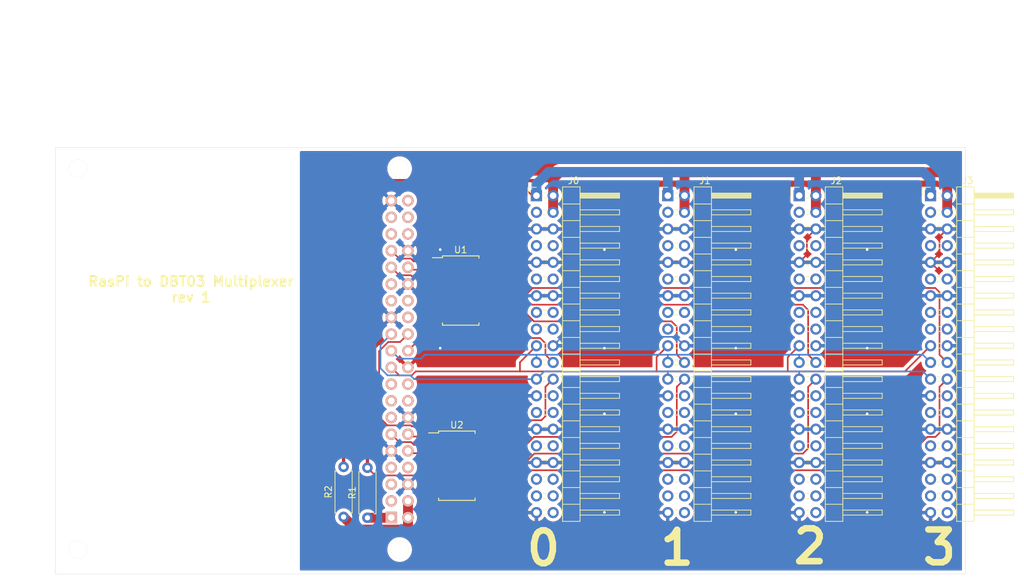
<source format=kicad_pcb>
(kicad_pcb (version 20171130) (host pcbnew 5.1.9+dfsg1-1)
  (layers (0 F.Cu signal) (31 B.Cu signal) (34 B.Paste user) (35 F.Paste user) (36 B.SilkS user) (37 F.SilkS user) (38 B.Mask user) (39 F.Mask user) (44 Edge.Cuts user))
  (net 0 "")
  (net 1 /E5V)
  (net 2 GND)
  (net 3 /MOSI)
  (net 4 /MISO)
  (net 5 /RST_N)
  (net 6 /SCK)
  (net 7 /SPI_CS)
  (net 8 /A2)
  (net 9 /A1)
  (net 10 /A0)
  (net 11 VCC)
  (net 12 /RST_N0)
  (net 13 /SPI_CS0)
  (net 14 /RST_N1)
  (net 15 /SPI_CS1)
  (net 16 /RST_N2)
  (net 17 /SPI_CS2)
  (net 18 /RST_N3)
  (net 19 /SPI_CS3)
  (net 20 "Net-(R1-Pad1)")
  (net 21 "Net-(R2-Pad1)")
  (net 22 /B0)
  (net 23 /B1)
  (net 24 /B2)
  (module Raspberry-Pi-3-library-for-kicad:raspberrypi_2_3 (layer B.Cu) (at 118.8212 126.6698 90)
    (fp_text reference RP1)
    (fp_text value Raspberry_Pi_2_3)
    (pad 27 thru_hole circle (at 8.89 -1.27 90) (size 1.75 1.75) (drill 1.016) (layers *.Cu *.Mask B.SilkS))
    (pad 28 thru_hole circle (at 8.89 1.27 90) (size 1.75 1.75) (drill 1.016) (layers *.Cu *.Mask B.SilkS))
    (pad 29 thru_hole circle (at 11.43 -1.27 90) (size 1.75 1.75) (drill 1.016) (layers *.Cu *.Mask B.SilkS))
    (pad 30 thru_hole circle (at 11.43 1.27 90) (size 1.75 1.75) (drill 1.016) (layers *.Cu *.Mask B.SilkS) (net 2 GND))
    (pad 24 thru_hole circle (at 3.81 1.27 90) (size 1.75 1.75) (drill 1.016) (layers *.Cu *.Mask B.SilkS) (net 7 /SPI_CS))
    (pad 23 thru_hole circle (at 3.81 -1.27 90) (size 1.75 1.75) (drill 1.016) (layers *.Cu *.Mask B.SilkS) (net 6 /SCK))
    (pad 1 thru_hole rect (at -24.13 -1.27 90) (size 1.75 1.75) (drill 1.016) (layers *.Cu *.Mask B.SilkS) (net 20 "Net-(R1-Pad1)"))
    (pad 2 thru_hole circle (at -24.13 1.27 90) (size 1.75 1.75) (drill 1.016) (layers *.Cu *.Mask B.SilkS) (net 21 "Net-(R2-Pad1)"))
    (pad 3 thru_hole circle (at -21.59 -1.27 90) (size 1.75 1.75) (drill 1.016) (layers *.Cu *.Mask B.SilkS))
    (pad 4 thru_hole circle (at -21.59 1.27 90) (size 1.75 1.75) (drill 1.016) (layers *.Cu *.Mask B.SilkS) (net 21 "Net-(R2-Pad1)"))
    (pad 5 thru_hole circle (at -19.05 -1.27 90) (size 1.75 1.75) (drill 1.016) (layers *.Cu *.Mask B.SilkS))
    (pad 6 thru_hole circle (at -19.05 1.27 90) (size 1.75 1.75) (drill 1.016) (layers *.Cu *.Mask B.SilkS) (net 2 GND))
    (pad 7 thru_hole circle (at -16.51 -1.27 90) (size 1.75 1.75) (drill 1.016) (layers *.Cu *.Mask B.SilkS))
    (pad 8 thru_hole circle (at -16.51 1.27 90) (size 1.75 1.75) (drill 1.016) (layers *.Cu *.Mask B.SilkS))
    (pad 9 thru_hole circle (at -13.97 -1.27 90) (size 1.75 1.75) (drill 1.016) (layers *.Cu *.Mask B.SilkS) (net 2 GND))
    (pad 10 thru_hole circle (at -13.97 1.27 90) (size 1.75 1.75) (drill 1.016) (layers *.Cu *.Mask B.SilkS) (net 8 /A2))
    (pad 11 thru_hole circle (at -11.43 -1.27 90) (size 1.75 1.75) (drill 1.016) (layers *.Cu *.Mask B.SilkS) (net 9 /A1))
    (pad 12 thru_hole circle (at -11.43 1.27 90) (size 1.75 1.75) (drill 1.016) (layers *.Cu *.Mask B.SilkS) (net 10 /A0))
    (pad 13 thru_hole circle (at -8.89 -1.27 90) (size 1.75 1.75) (drill 1.016) (layers *.Cu *.Mask B.SilkS))
    (pad 14 thru_hole circle (at -8.89 1.27 90) (size 1.75 1.75) (drill 1.016) (layers *.Cu *.Mask B.SilkS) (net 2 GND))
    (pad 15 thru_hole circle (at -6.35 -1.27 90) (size 1.75 1.75) (drill 1.016) (layers *.Cu *.Mask B.SilkS))
    (pad 16 thru_hole circle (at -6.35 1.27 90) (size 1.75 1.75) (drill 1.016) (layers *.Cu *.Mask B.SilkS))
    (pad 17 thru_hole circle (at -3.81 -1.27 90) (size 1.75 1.75) (drill 1.016) (layers *.Cu *.Mask B.SilkS))
    (pad 18 thru_hole circle (at -3.81 1.27 90) (size 1.75 1.75) (drill 1.016) (layers *.Cu *.Mask B.SilkS))
    (pad 19 thru_hole circle (at -1.27 -1.27 90) (size 1.75 1.75) (drill 1.016) (layers *.Cu *.Mask B.SilkS) (net 3 /MOSI))
    (pad 20 thru_hole circle (at -1.27 1.27 90) (size 1.75 1.75) (drill 1.016) (layers *.Cu *.Mask B.SilkS) (net 2 GND))
    (pad 21 thru_hole circle (at 1.27 -1.27 90) (size 1.75 1.75) (drill 1.016) (layers *.Cu *.Mask B.SilkS) (net 4 /MISO))
    (pad 22 thru_hole circle (at 1.27 1.27 90) (size 1.75 1.75) (drill 1.016) (layers *.Cu *.Mask B.SilkS) (net 5 /RST_N))
    (pad 25 thru_hole circle (at 6.35 -1.27 90) (size 1.75 1.75) (drill 1.016) (layers *.Cu *.Mask B.SilkS) (net 2 GND))
    (pad 26 thru_hole circle (at 6.35 1.27 90) (size 1.75 1.75) (drill 1.016) (layers *.Cu *.Mask B.SilkS))
    (pad 32 thru_hole circle (at 13.97 1.27 90) (size 1.75 1.75) (drill 1.016) (layers *.Cu *.Mask B.SilkS) (net 23 /B1))
    (pad 31 thru_hole circle (at 13.97 -1.27 90) (size 1.75 1.75) (drill 1.016) (layers *.Cu *.Mask B.SilkS) (net 24 /B2))
    (pad 34 thru_hole circle (at 16.51 1.27 90) (size 1.75 1.75) (drill 1.016) (layers *.Cu *.Mask B.SilkS) (net 2 GND))
    (pad 33 thru_hole circle (at 16.51 -1.27 90) (size 1.75 1.75) (drill 1.016) (layers *.Cu *.Mask B.SilkS) (net 22 /B0))
    (pad 36 thru_hole circle (at 19.05 1.27 90) (size 1.75 1.75) (drill 1.016) (layers *.Cu *.Mask B.SilkS))
    (pad 35 thru_hole circle (at 19.05 -1.27 90) (size 1.75 1.75) (drill 1.016) (layers *.Cu *.Mask B.SilkS))
    (pad 38 thru_hole circle (at 21.59 1.27 90) (size 1.75 1.75) (drill 1.016) (layers *.Cu *.Mask B.SilkS))
    (pad 37 thru_hole circle (at 21.59 -1.27 90) (size 1.75 1.75) (drill 1.016) (layers *.Cu *.Mask B.SilkS))
    (pad 40 thru_hole circle (at 24.13 1.27 90) (size 1.75 1.75) (drill 1.016) (layers *.Cu *.Mask B.SilkS))
    (pad 39 thru_hole circle (at 24.13 -1.27 90) (size 1.75 1.75) (drill 1.016) (layers *.Cu *.Mask B.SilkS) (net 2 GND))
    (pad "" np_thru_hole circle (at -29 0 90) (size 2.75 2.75) (drill 2.75) (layers *.Cu *.Mask B.SilkS))
    (pad "" np_thru_hole circle (at 29 0 90) (size 2.75 2.75) (drill 2.75) (layers *.Cu *.Mask B.SilkS))
    (pad "" np_thru_hole circle (at -29 -49 90) (size 2.75 2.75) (drill 2.75) (layers *.Cu *.Mask B.SilkS))
    (pad "" np_thru_hole circle (at 29 -49 90) (size 2.75 2.75) (drill 2.75) (layers *.Cu *.Mask B.SilkS))
  )
  (module Resistors_ThroughHole:R_Axial_DIN0207_L6.3mm_D2.5mm_P7.62mm_Horizontal (layer F.Cu) (at 110.2868 150.6982 90)
    (fp_text reference R2 (at 3.81 -2.31 90) (layer F.SilkS))
    (fp_text value 0r)
    (pad 1 thru_hole circle (at 0 0 90) (size 1.6 1.6) (drill 0.8) (layers *.Cu *.Mask) (net 21 "Net-(R2-Pad1)"))
    (pad 2 thru_hole oval (at 7.62 0 90) (size 1.6 1.6) (drill 0.8) (layers *.Cu *.Mask) (net 1 /E5V))
  )
  (module Resistors_ThroughHole:R_Axial_DIN0207_L6.3mm_D2.5mm_P7.62mm_Horizontal (layer F.Cu) (at 113.919 150.8252 90)
    (fp_text reference R1 (at 3.81 -2.31 90) (layer F.SilkS))
    (fp_text value 0r)
    (pad 1 thru_hole circle (at 0 0 90) (size 1.6 1.6) (drill 0.8) (layers *.Cu *.Mask) (net 20 "Net-(R1-Pad1)"))
    (pad 2 thru_hole oval (at 7.62 0 90) (size 1.6 1.6) (drill 0.8) (layers *.Cu *.Mask) (net 11 VCC))
  )
  (module Housings_SOIC:SOIC-16W_5.3x10.2mm_Pitch1.27mm (layer F.Cu) (at 127.5334 142.9004)
    (fp_text reference U2 (at 0 -6.2) (layer F.SilkS))
    (fp_text value 74LS138)
    (pad 1 smd rect (at -3.55 -4.445) (size 1.5 0.6) (layers F.Cu F.Paste F.Mask) (net 10 /A0))
    (pad 2 smd rect (at -3.55 -3.175) (size 1.5 0.6) (layers F.Cu F.Paste F.Mask) (net 9 /A1))
    (pad 3 smd rect (at -3.55 -1.905) (size 1.5 0.6) (layers F.Cu F.Paste F.Mask) (net 8 /A2))
    (pad 4 smd rect (at -3.55 -0.635) (size 1.5 0.6) (layers F.Cu F.Paste F.Mask) (net 7 /SPI_CS))
    (pad 5 smd rect (at -3.55 0.635) (size 1.5 0.6) (layers F.Cu F.Paste F.Mask) (net 7 /SPI_CS))
    (pad 6 smd rect (at -3.55 1.905) (size 1.5 0.6) (layers F.Cu F.Paste F.Mask) (net 11 VCC))
    (pad 7 smd rect (at -3.55 3.175) (size 1.5 0.6) (layers F.Cu F.Paste F.Mask))
    (pad 8 smd rect (at -3.55 4.445) (size 1.5 0.6) (layers F.Cu F.Paste F.Mask) (net 2 GND))
    (pad 9 smd rect (at 3.55 4.445) (size 1.5 0.6) (layers F.Cu F.Paste F.Mask))
    (pad 10 smd rect (at 3.55 3.175) (size 1.5 0.6) (layers F.Cu F.Paste F.Mask))
    (pad 11 smd rect (at 3.55 1.905) (size 1.5 0.6) (layers F.Cu F.Paste F.Mask))
    (pad 12 smd rect (at 3.55 0.635) (size 1.5 0.6) (layers F.Cu F.Paste F.Mask) (net 19 /SPI_CS3))
    (pad 13 smd rect (at 3.55 -0.635) (size 1.5 0.6) (layers F.Cu F.Paste F.Mask) (net 17 /SPI_CS2))
    (pad 14 smd rect (at 3.55 -1.905) (size 1.5 0.6) (layers F.Cu F.Paste F.Mask) (net 15 /SPI_CS1))
    (pad 15 smd rect (at 3.55 -3.175) (size 1.5 0.6) (layers F.Cu F.Paste F.Mask) (net 13 /SPI_CS0))
    (pad 16 smd rect (at 3.55 -4.445) (size 1.5 0.6) (layers F.Cu F.Paste F.Mask) (net 11 VCC))
  )
  (module Housings_SOIC:SOIC-16W_5.3x10.2mm_Pitch1.27mm (layer F.Cu) (at 128.1176 116.2304)
    (fp_text reference U1 (at 0 -6.2) (layer F.SilkS))
    (fp_text value 74LS138)
    (pad 1 smd rect (at -3.55 -4.445) (size 1.5 0.6) (layers F.Cu F.Paste F.Mask) (net 22 /B0))
    (pad 2 smd rect (at -3.55 -3.175) (size 1.5 0.6) (layers F.Cu F.Paste F.Mask) (net 23 /B1))
    (pad 3 smd rect (at -3.55 -1.905) (size 1.5 0.6) (layers F.Cu F.Paste F.Mask) (net 24 /B2))
    (pad 4 smd rect (at -3.55 -0.635) (size 1.5 0.6) (layers F.Cu F.Paste F.Mask) (net 5 /RST_N))
    (pad 5 smd rect (at -3.55 0.635) (size 1.5 0.6) (layers F.Cu F.Paste F.Mask) (net 5 /RST_N))
    (pad 6 smd rect (at -3.55 1.905) (size 1.5 0.6) (layers F.Cu F.Paste F.Mask) (net 11 VCC))
    (pad 7 smd rect (at -3.55 3.175) (size 1.5 0.6) (layers F.Cu F.Paste F.Mask))
    (pad 8 smd rect (at -3.55 4.445) (size 1.5 0.6) (layers F.Cu F.Paste F.Mask) (net 2 GND))
    (pad 9 smd rect (at 3.55 4.445) (size 1.5 0.6) (layers F.Cu F.Paste F.Mask) (net 12 /RST_N0))
    (pad 10 smd rect (at 3.55 3.175) (size 1.5 0.6) (layers F.Cu F.Paste F.Mask) (net 14 /RST_N1))
    (pad 11 smd rect (at 3.55 1.905) (size 1.5 0.6) (layers F.Cu F.Paste F.Mask) (net 16 /RST_N2))
    (pad 12 smd rect (at 3.55 0.635) (size 1.5 0.6) (layers F.Cu F.Paste F.Mask) (net 18 /RST_N3))
    (pad 13 smd rect (at 3.55 -0.635) (size 1.5 0.6) (layers F.Cu F.Paste F.Mask))
    (pad 14 smd rect (at 3.55 -1.905) (size 1.5 0.6) (layers F.Cu F.Paste F.Mask))
    (pad 15 smd rect (at 3.55 -3.175) (size 1.5 0.6) (layers F.Cu F.Paste F.Mask))
    (pad 16 smd rect (at 3.55 -4.445) (size 1.5 0.6) (layers F.Cu F.Paste F.Mask) (net 11 VCC))
  )
  (module Pin_Headers:Pin_Header_Angled_2x20_Pitch2.54mm (layer F.Cu) (at 199.652 101.778)
    (fp_text reference J3 (at 5.655 -2.27) (layer F.SilkS))
    (fp_text value Conn_02x20_Odd_Even)
    (pad 1 thru_hole rect (at 0 0) (size 1.7 1.7) (drill 1) (layers *.Cu *.Mask) (net 11 VCC))
    (pad 2 thru_hole oval (at 2.54 0) (size 1.7 1.7) (drill 1) (layers *.Cu *.Mask) (net 1 /E5V))
    (pad 3 thru_hole oval (at 0 2.54) (size 1.7 1.7) (drill 1) (layers *.Cu *.Mask))
    (pad 4 thru_hole oval (at 2.54 2.54) (size 1.7 1.7) (drill 1) (layers *.Cu *.Mask) (net 1 /E5V))
    (pad 5 thru_hole oval (at 0 5.08) (size 1.7 1.7) (drill 1) (layers *.Cu *.Mask) (net 2 GND))
    (pad 6 thru_hole oval (at 2.54 5.08) (size 1.7 1.7) (drill 1) (layers *.Cu *.Mask) (net 2 GND))
    (pad 7 thru_hole oval (at 0 7.62) (size 1.7 1.7) (drill 1) (layers *.Cu *.Mask))
    (pad 8 thru_hole oval (at 2.54 7.62) (size 1.7 1.7) (drill 1) (layers *.Cu *.Mask))
    (pad 9 thru_hole oval (at 0 10.16) (size 1.7 1.7) (drill 1) (layers *.Cu *.Mask) (net 2 GND))
    (pad 10 thru_hole oval (at 2.54 10.16) (size 1.7 1.7) (drill 1) (layers *.Cu *.Mask) (net 2 GND))
    (pad 11 thru_hole oval (at 0 12.7) (size 1.7 1.7) (drill 1) (layers *.Cu *.Mask))
    (pad 12 thru_hole oval (at 2.54 12.7) (size 1.7 1.7) (drill 1) (layers *.Cu *.Mask))
    (pad 13 thru_hole oval (at 0 15.24) (size 1.7 1.7) (drill 1) (layers *.Cu *.Mask) (net 2 GND))
    (pad 14 thru_hole oval (at 2.54 15.24) (size 1.7 1.7) (drill 1) (layers *.Cu *.Mask) (net 2 GND))
    (pad 15 thru_hole oval (at 0 17.78) (size 1.7 1.7) (drill 1) (layers *.Cu *.Mask))
    (pad 16 thru_hole oval (at 2.54 17.78) (size 1.7 1.7) (drill 1) (layers *.Cu *.Mask))
    (pad 17 thru_hole oval (at 0 20.32) (size 1.7 1.7) (drill 1) (layers *.Cu *.Mask))
    (pad 18 thru_hole oval (at 2.54 20.32) (size 1.7 1.7) (drill 1) (layers *.Cu *.Mask))
    (pad 19 thru_hole oval (at 0 22.86) (size 1.7 1.7) (drill 1) (layers *.Cu *.Mask) (net 3 /MOSI))
    (pad 20 thru_hole oval (at 2.54 22.86) (size 1.7 1.7) (drill 1) (layers *.Cu *.Mask) (net 2 GND))
    (pad 21 thru_hole oval (at 0 25.4) (size 1.7 1.7) (drill 1) (layers *.Cu *.Mask) (net 4 /MISO))
    (pad 22 thru_hole oval (at 2.54 25.4) (size 1.7 1.7) (drill 1) (layers *.Cu *.Mask) (net 18 /RST_N3))
    (pad 23 thru_hole oval (at 0 27.94) (size 1.7 1.7) (drill 1) (layers *.Cu *.Mask) (net 6 /SCK))
    (pad 24 thru_hole oval (at 2.54 27.94) (size 1.7 1.7) (drill 1) (layers *.Cu *.Mask) (net 19 /SPI_CS3))
    (pad 25 thru_hole oval (at 0 30.48) (size 1.7 1.7) (drill 1) (layers *.Cu *.Mask) (net 2 GND))
    (pad 26 thru_hole oval (at 2.54 30.48) (size 1.7 1.7) (drill 1) (layers *.Cu *.Mask))
    (pad 27 thru_hole oval (at 0 33.02) (size 1.7 1.7) (drill 1) (layers *.Cu *.Mask))
    (pad 28 thru_hole oval (at 2.54 33.02) (size 1.7 1.7) (drill 1) (layers *.Cu *.Mask))
    (pad 29 thru_hole oval (at 0 35.56) (size 1.7 1.7) (drill 1) (layers *.Cu *.Mask) (net 2 GND))
    (pad 30 thru_hole oval (at 2.54 35.56) (size 1.7 1.7) (drill 1) (layers *.Cu *.Mask) (net 2 GND))
    (pad 31 thru_hole oval (at 0 38.1) (size 1.7 1.7) (drill 1) (layers *.Cu *.Mask))
    (pad 32 thru_hole oval (at 2.54 38.1) (size 1.7 1.7) (drill 1) (layers *.Cu *.Mask))
    (pad 33 thru_hole oval (at 0 40.64) (size 1.7 1.7) (drill 1) (layers *.Cu *.Mask) (net 2 GND))
    (pad 34 thru_hole oval (at 2.54 40.64) (size 1.7 1.7) (drill 1) (layers *.Cu *.Mask) (net 2 GND))
    (pad 35 thru_hole oval (at 0 43.18) (size 1.7 1.7) (drill 1) (layers *.Cu *.Mask))
    (pad 36 thru_hole oval (at 2.54 43.18) (size 1.7 1.7) (drill 1) (layers *.Cu *.Mask))
    (pad 37 thru_hole oval (at 0 45.72) (size 1.7 1.7) (drill 1) (layers *.Cu *.Mask))
    (pad 38 thru_hole oval (at 2.54 45.72) (size 1.7 1.7) (drill 1) (layers *.Cu *.Mask))
    (pad 39 thru_hole oval (at 0 48.26) (size 1.7 1.7) (drill 1) (layers *.Cu *.Mask) (net 2 GND))
    (pad 40 thru_hole oval (at 2.54 48.26) (size 1.7 1.7) (drill 1) (layers *.Cu *.Mask))
  )
  (module Pin_Headers:Pin_Header_Angled_2x20_Pitch2.54mm (layer F.Cu) (at 179.652 101.778)
    (fp_text reference J2 (at 5.655 -2.27) (layer F.SilkS))
    (fp_text value Conn_02x20_Odd_Even)
    (pad 1 thru_hole rect (at 0 0) (size 1.7 1.7) (drill 1) (layers *.Cu *.Mask) (net 11 VCC))
    (pad 2 thru_hole oval (at 2.54 0) (size 1.7 1.7) (drill 1) (layers *.Cu *.Mask) (net 1 /E5V))
    (pad 3 thru_hole oval (at 0 2.54) (size 1.7 1.7) (drill 1) (layers *.Cu *.Mask))
    (pad 4 thru_hole oval (at 2.54 2.54) (size 1.7 1.7) (drill 1) (layers *.Cu *.Mask) (net 1 /E5V))
    (pad 5 thru_hole oval (at 0 5.08) (size 1.7 1.7) (drill 1) (layers *.Cu *.Mask) (net 2 GND))
    (pad 6 thru_hole oval (at 2.54 5.08) (size 1.7 1.7) (drill 1) (layers *.Cu *.Mask) (net 2 GND))
    (pad 7 thru_hole oval (at 0 7.62) (size 1.7 1.7) (drill 1) (layers *.Cu *.Mask))
    (pad 8 thru_hole oval (at 2.54 7.62) (size 1.7 1.7) (drill 1) (layers *.Cu *.Mask))
    (pad 9 thru_hole oval (at 0 10.16) (size 1.7 1.7) (drill 1) (layers *.Cu *.Mask) (net 2 GND))
    (pad 10 thru_hole oval (at 2.54 10.16) (size 1.7 1.7) (drill 1) (layers *.Cu *.Mask) (net 2 GND))
    (pad 11 thru_hole oval (at 0 12.7) (size 1.7 1.7) (drill 1) (layers *.Cu *.Mask))
    (pad 12 thru_hole oval (at 2.54 12.7) (size 1.7 1.7) (drill 1) (layers *.Cu *.Mask))
    (pad 13 thru_hole oval (at 0 15.24) (size 1.7 1.7) (drill 1) (layers *.Cu *.Mask) (net 2 GND))
    (pad 14 thru_hole oval (at 2.54 15.24) (size 1.7 1.7) (drill 1) (layers *.Cu *.Mask) (net 2 GND))
    (pad 15 thru_hole oval (at 0 17.78) (size 1.7 1.7) (drill 1) (layers *.Cu *.Mask))
    (pad 16 thru_hole oval (at 2.54 17.78) (size 1.7 1.7) (drill 1) (layers *.Cu *.Mask))
    (pad 17 thru_hole oval (at 0 20.32) (size 1.7 1.7) (drill 1) (layers *.Cu *.Mask))
    (pad 18 thru_hole oval (at 2.54 20.32) (size 1.7 1.7) (drill 1) (layers *.Cu *.Mask))
    (pad 19 thru_hole oval (at 0 22.86) (size 1.7 1.7) (drill 1) (layers *.Cu *.Mask) (net 3 /MOSI))
    (pad 20 thru_hole oval (at 2.54 22.86) (size 1.7 1.7) (drill 1) (layers *.Cu *.Mask) (net 2 GND))
    (pad 21 thru_hole oval (at 0 25.4) (size 1.7 1.7) (drill 1) (layers *.Cu *.Mask) (net 4 /MISO))
    (pad 22 thru_hole oval (at 2.54 25.4) (size 1.7 1.7) (drill 1) (layers *.Cu *.Mask) (net 16 /RST_N2))
    (pad 23 thru_hole oval (at 0 27.94) (size 1.7 1.7) (drill 1) (layers *.Cu *.Mask) (net 6 /SCK))
    (pad 24 thru_hole oval (at 2.54 27.94) (size 1.7 1.7) (drill 1) (layers *.Cu *.Mask) (net 17 /SPI_CS2))
    (pad 25 thru_hole oval (at 0 30.48) (size 1.7 1.7) (drill 1) (layers *.Cu *.Mask) (net 2 GND))
    (pad 26 thru_hole oval (at 2.54 30.48) (size 1.7 1.7) (drill 1) (layers *.Cu *.Mask))
    (pad 27 thru_hole oval (at 0 33.02) (size 1.7 1.7) (drill 1) (layers *.Cu *.Mask))
    (pad 28 thru_hole oval (at 2.54 33.02) (size 1.7 1.7) (drill 1) (layers *.Cu *.Mask))
    (pad 29 thru_hole oval (at 0 35.56) (size 1.7 1.7) (drill 1) (layers *.Cu *.Mask) (net 2 GND))
    (pad 30 thru_hole oval (at 2.54 35.56) (size 1.7 1.7) (drill 1) (layers *.Cu *.Mask) (net 2 GND))
    (pad 31 thru_hole oval (at 0 38.1) (size 1.7 1.7) (drill 1) (layers *.Cu *.Mask))
    (pad 32 thru_hole oval (at 2.54 38.1) (size 1.7 1.7) (drill 1) (layers *.Cu *.Mask))
    (pad 33 thru_hole oval (at 0 40.64) (size 1.7 1.7) (drill 1) (layers *.Cu *.Mask) (net 2 GND))
    (pad 34 thru_hole oval (at 2.54 40.64) (size 1.7 1.7) (drill 1) (layers *.Cu *.Mask) (net 2 GND))
    (pad 35 thru_hole oval (at 0 43.18) (size 1.7 1.7) (drill 1) (layers *.Cu *.Mask))
    (pad 36 thru_hole oval (at 2.54 43.18) (size 1.7 1.7) (drill 1) (layers *.Cu *.Mask))
    (pad 37 thru_hole oval (at 0 45.72) (size 1.7 1.7) (drill 1) (layers *.Cu *.Mask))
    (pad 38 thru_hole oval (at 2.54 45.72) (size 1.7 1.7) (drill 1) (layers *.Cu *.Mask))
    (pad 39 thru_hole oval (at 0 48.26) (size 1.7 1.7) (drill 1) (layers *.Cu *.Mask) (net 2 GND))
    (pad 40 thru_hole oval (at 2.54 48.26) (size 1.7 1.7) (drill 1) (layers *.Cu *.Mask))
  )
  (module Pin_Headers:Pin_Header_Angled_2x20_Pitch2.54mm (layer F.Cu) (at 159.652 101.778)
    (fp_text reference J1 (at 5.655 -2.27) (layer F.SilkS))
    (fp_text value Conn_02x20_Odd_Even)
    (pad 1 thru_hole rect (at 0 0) (size 1.7 1.7) (drill 1) (layers *.Cu *.Mask) (net 11 VCC))
    (pad 2 thru_hole oval (at 2.54 0) (size 1.7 1.7) (drill 1) (layers *.Cu *.Mask) (net 1 /E5V))
    (pad 3 thru_hole oval (at 0 2.54) (size 1.7 1.7) (drill 1) (layers *.Cu *.Mask))
    (pad 4 thru_hole oval (at 2.54 2.54) (size 1.7 1.7) (drill 1) (layers *.Cu *.Mask) (net 1 /E5V))
    (pad 5 thru_hole oval (at 0 5.08) (size 1.7 1.7) (drill 1) (layers *.Cu *.Mask) (net 2 GND))
    (pad 6 thru_hole oval (at 2.54 5.08) (size 1.7 1.7) (drill 1) (layers *.Cu *.Mask) (net 2 GND))
    (pad 7 thru_hole oval (at 0 7.62) (size 1.7 1.7) (drill 1) (layers *.Cu *.Mask))
    (pad 8 thru_hole oval (at 2.54 7.62) (size 1.7 1.7) (drill 1) (layers *.Cu *.Mask))
    (pad 9 thru_hole oval (at 0 10.16) (size 1.7 1.7) (drill 1) (layers *.Cu *.Mask) (net 2 GND))
    (pad 10 thru_hole oval (at 2.54 10.16) (size 1.7 1.7) (drill 1) (layers *.Cu *.Mask) (net 2 GND))
    (pad 11 thru_hole oval (at 0 12.7) (size 1.7 1.7) (drill 1) (layers *.Cu *.Mask))
    (pad 12 thru_hole oval (at 2.54 12.7) (size 1.7 1.7) (drill 1) (layers *.Cu *.Mask))
    (pad 13 thru_hole oval (at 0 15.24) (size 1.7 1.7) (drill 1) (layers *.Cu *.Mask) (net 2 GND))
    (pad 14 thru_hole oval (at 2.54 15.24) (size 1.7 1.7) (drill 1) (layers *.Cu *.Mask) (net 2 GND))
    (pad 15 thru_hole oval (at 0 17.78) (size 1.7 1.7) (drill 1) (layers *.Cu *.Mask))
    (pad 16 thru_hole oval (at 2.54 17.78) (size 1.7 1.7) (drill 1) (layers *.Cu *.Mask))
    (pad 17 thru_hole oval (at 0 20.32) (size 1.7 1.7) (drill 1) (layers *.Cu *.Mask))
    (pad 18 thru_hole oval (at 2.54 20.32) (size 1.7 1.7) (drill 1) (layers *.Cu *.Mask))
    (pad 19 thru_hole oval (at 0 22.86) (size 1.7 1.7) (drill 1) (layers *.Cu *.Mask) (net 3 /MOSI))
    (pad 20 thru_hole oval (at 2.54 22.86) (size 1.7 1.7) (drill 1) (layers *.Cu *.Mask) (net 2 GND))
    (pad 21 thru_hole oval (at 0 25.4) (size 1.7 1.7) (drill 1) (layers *.Cu *.Mask) (net 4 /MISO))
    (pad 22 thru_hole oval (at 2.54 25.4) (size 1.7 1.7) (drill 1) (layers *.Cu *.Mask) (net 14 /RST_N1))
    (pad 23 thru_hole oval (at 0 27.94) (size 1.7 1.7) (drill 1) (layers *.Cu *.Mask) (net 6 /SCK))
    (pad 24 thru_hole oval (at 2.54 27.94) (size 1.7 1.7) (drill 1) (layers *.Cu *.Mask) (net 15 /SPI_CS1))
    (pad 25 thru_hole oval (at 0 30.48) (size 1.7 1.7) (drill 1) (layers *.Cu *.Mask) (net 2 GND))
    (pad 26 thru_hole oval (at 2.54 30.48) (size 1.7 1.7) (drill 1) (layers *.Cu *.Mask))
    (pad 27 thru_hole oval (at 0 33.02) (size 1.7 1.7) (drill 1) (layers *.Cu *.Mask))
    (pad 28 thru_hole oval (at 2.54 33.02) (size 1.7 1.7) (drill 1) (layers *.Cu *.Mask))
    (pad 29 thru_hole oval (at 0 35.56) (size 1.7 1.7) (drill 1) (layers *.Cu *.Mask) (net 2 GND))
    (pad 30 thru_hole oval (at 2.54 35.56) (size 1.7 1.7) (drill 1) (layers *.Cu *.Mask) (net 2 GND))
    (pad 31 thru_hole oval (at 0 38.1) (size 1.7 1.7) (drill 1) (layers *.Cu *.Mask))
    (pad 32 thru_hole oval (at 2.54 38.1) (size 1.7 1.7) (drill 1) (layers *.Cu *.Mask))
    (pad 33 thru_hole oval (at 0 40.64) (size 1.7 1.7) (drill 1) (layers *.Cu *.Mask) (net 2 GND))
    (pad 34 thru_hole oval (at 2.54 40.64) (size 1.7 1.7) (drill 1) (layers *.Cu *.Mask) (net 2 GND))
    (pad 35 thru_hole oval (at 0 43.18) (size 1.7 1.7) (drill 1) (layers *.Cu *.Mask))
    (pad 36 thru_hole oval (at 2.54 43.18) (size 1.7 1.7) (drill 1) (layers *.Cu *.Mask))
    (pad 37 thru_hole oval (at 0 45.72) (size 1.7 1.7) (drill 1) (layers *.Cu *.Mask))
    (pad 38 thru_hole oval (at 2.54 45.72) (size 1.7 1.7) (drill 1) (layers *.Cu *.Mask))
    (pad 39 thru_hole oval (at 0 48.26) (size 1.7 1.7) (drill 1) (layers *.Cu *.Mask) (net 2 GND))
    (pad 40 thru_hole oval (at 2.54 48.26) (size 1.7 1.7) (drill 1) (layers *.Cu *.Mask))
  )
  (module Pin_Headers:Pin_Header_Angled_2x20_Pitch2.54mm (layer F.Cu) (at 139.652 101.778)
    (fp_text reference J0 (at 5.655 -2.27) (layer F.SilkS))
    (fp_text value Conn_02x20_Odd_Even)
    (pad 1 thru_hole rect (at 0 0) (size 1.7 1.7) (drill 1) (layers *.Cu *.Mask) (net 11 VCC))
    (pad 2 thru_hole oval (at 2.54 0) (size 1.7 1.7) (drill 1) (layers *.Cu *.Mask) (net 1 /E5V))
    (pad 3 thru_hole oval (at 0 2.54) (size 1.7 1.7) (drill 1) (layers *.Cu *.Mask))
    (pad 4 thru_hole oval (at 2.54 2.54) (size 1.7 1.7) (drill 1) (layers *.Cu *.Mask) (net 1 /E5V))
    (pad 5 thru_hole oval (at 0 5.08) (size 1.7 1.7) (drill 1) (layers *.Cu *.Mask) (net 2 GND))
    (pad 6 thru_hole oval (at 2.54 5.08) (size 1.7 1.7) (drill 1) (layers *.Cu *.Mask) (net 2 GND))
    (pad 7 thru_hole oval (at 0 7.62) (size 1.7 1.7) (drill 1) (layers *.Cu *.Mask))
    (pad 8 thru_hole oval (at 2.54 7.62) (size 1.7 1.7) (drill 1) (layers *.Cu *.Mask))
    (pad 9 thru_hole oval (at 0 10.16) (size 1.7 1.7) (drill 1) (layers *.Cu *.Mask) (net 2 GND))
    (pad 10 thru_hole oval (at 2.54 10.16) (size 1.7 1.7) (drill 1) (layers *.Cu *.Mask) (net 2 GND))
    (pad 11 thru_hole oval (at 0 12.7) (size 1.7 1.7) (drill 1) (layers *.Cu *.Mask))
    (pad 12 thru_hole oval (at 2.54 12.7) (size 1.7 1.7) (drill 1) (layers *.Cu *.Mask))
    (pad 13 thru_hole oval (at 0 15.24) (size 1.7 1.7) (drill 1) (layers *.Cu *.Mask) (net 2 GND))
    (pad 14 thru_hole oval (at 2.54 15.24) (size 1.7 1.7) (drill 1) (layers *.Cu *.Mask) (net 2 GND))
    (pad 15 thru_hole oval (at 0 17.78) (size 1.7 1.7) (drill 1) (layers *.Cu *.Mask))
    (pad 16 thru_hole oval (at 2.54 17.78) (size 1.7 1.7) (drill 1) (layers *.Cu *.Mask))
    (pad 17 thru_hole oval (at 0 20.32) (size 1.7 1.7) (drill 1) (layers *.Cu *.Mask))
    (pad 18 thru_hole oval (at 2.54 20.32) (size 1.7 1.7) (drill 1) (layers *.Cu *.Mask))
    (pad 19 thru_hole oval (at 0 22.86) (size 1.7 1.7) (drill 1) (layers *.Cu *.Mask) (net 3 /MOSI))
    (pad 20 thru_hole oval (at 2.54 22.86) (size 1.7 1.7) (drill 1) (layers *.Cu *.Mask) (net 2 GND))
    (pad 21 thru_hole oval (at 0 25.4) (size 1.7 1.7) (drill 1) (layers *.Cu *.Mask) (net 4 /MISO))
    (pad 22 thru_hole oval (at 2.54 25.4) (size 1.7 1.7) (drill 1) (layers *.Cu *.Mask) (net 12 /RST_N0))
    (pad 23 thru_hole oval (at 0 27.94) (size 1.7 1.7) (drill 1) (layers *.Cu *.Mask) (net 6 /SCK))
    (pad 24 thru_hole oval (at 2.54 27.94) (size 1.7 1.7) (drill 1) (layers *.Cu *.Mask) (net 13 /SPI_CS0))
    (pad 25 thru_hole oval (at 0 30.48) (size 1.7 1.7) (drill 1) (layers *.Cu *.Mask) (net 2 GND))
    (pad 26 thru_hole oval (at 2.54 30.48) (size 1.7 1.7) (drill 1) (layers *.Cu *.Mask))
    (pad 27 thru_hole oval (at 0 33.02) (size 1.7 1.7) (drill 1) (layers *.Cu *.Mask))
    (pad 28 thru_hole oval (at 2.54 33.02) (size 1.7 1.7) (drill 1) (layers *.Cu *.Mask))
    (pad 29 thru_hole oval (at 0 35.56) (size 1.7 1.7) (drill 1) (layers *.Cu *.Mask) (net 2 GND))
    (pad 30 thru_hole oval (at 2.54 35.56) (size 1.7 1.7) (drill 1) (layers *.Cu *.Mask) (net 2 GND))
    (pad 31 thru_hole oval (at 0 38.1) (size 1.7 1.7) (drill 1) (layers *.Cu *.Mask))
    (pad 32 thru_hole oval (at 2.54 38.1) (size 1.7 1.7) (drill 1) (layers *.Cu *.Mask))
    (pad 33 thru_hole oval (at 0 40.64) (size 1.7 1.7) (drill 1) (layers *.Cu *.Mask) (net 2 GND))
    (pad 34 thru_hole oval (at 2.54 40.64) (size 1.7 1.7) (drill 1) (layers *.Cu *.Mask) (net 2 GND))
    (pad 35 thru_hole oval (at 0 43.18) (size 1.7 1.7) (drill 1) (layers *.Cu *.Mask))
    (pad 36 thru_hole oval (at 2.54 43.18) (size 1.7 1.7) (drill 1) (layers *.Cu *.Mask))
    (pad 37 thru_hole oval (at 0 45.72) (size 1.7 1.7) (drill 1) (layers *.Cu *.Mask))
    (pad 38 thru_hole oval (at 2.54 45.72) (size 1.7 1.7) (drill 1) (layers *.Cu *.Mask))
    (pad 39 thru_hole oval (at 0 48.26) (size 1.7 1.7) (drill 1) (layers *.Cu *.Mask) (net 2 GND))
    (pad 40 thru_hole oval (at 2.54 48.26) (size 1.7 1.7) (drill 1) (layers *.Cu *.Mask))
  )
  (gr_text "RasPi to DBT03 Multiplexer\nrev 1" (at 87.0458 116.0526) (layer F.SilkS) (effects (font (size 1.5 1.5) (thickness 0.3))))
  (gr_text 3 (at 200.9902 155.3464) (layer F.SilkS) (effects (font (size 5 5) (thickness 1))))
  (gr_text 2 (at 181.3306 155.1686) (layer F.SilkS) (effects (font (size 5 5) (thickness 1))))
  (gr_text 1 (at 161.0614 155.3972) (layer F.SilkS) (effects (font (size 5 5) (thickness 1))))
  (gr_text 0 (at 140.716 155.4734) (layer F.SilkS) (effects (font (size 5 5) (thickness 1))))
  (gr_line (start 204.9526 94.4626) (end 66.421 94.4626) (layer Edge.Cuts) (width 0.05))
  (gr_line (start 204.9526 159.385) (end 204.9526 94.4626) (layer Edge.Cuts) (width 0.05))
  (gr_line (start 66.421 159.385) (end 204.9526 159.385) (layer Edge.Cuts) (width 0.05))
  (gr_line (start 66.421 94.4626) (end 66.421 159.385) (layer Edge.Cuts) (width 0.05))
  (segment (start 202.192 104.318) (end 202.192 101.778) (width 1.5) (layer F.Cu) (net 1))
  (segment (start 182.192 104.318) (end 182.192 101.778) (width 1.5) (layer F.Cu) (net 1))
  (segment (start 162.192 104.318) (end 162.192 101.778) (width 1.5) (layer F.Cu) (net 1))
  (segment (start 142.192 104.318) (end 142.192 101.778) (width 1.5) (layer F.Cu) (net 1))
  (segment (start 142.192 101.778) (end 142.192 99.235) (width 1.5) (layer F.Cu) (net 1))
  (segment (start 142.192 99.235) (end 143.2052 98.2218) (width 1.5) (layer F.Cu) (net 1))
  (segment (start 202.192 99.1696) (end 202.192 101.778) (width 1.5) (layer F.Cu) (net 1))
  (segment (start 201.2442 98.2218) (end 202.192 99.1696) (width 1.5) (layer F.Cu) (net 1))
  (segment (start 182.192 98.605) (end 182.5752 98.2218) (width 1.5) (layer F.Cu) (net 1))
  (segment (start 182.192 101.778) (end 182.192 98.605) (width 1.5) (layer F.Cu) (net 1))
  (segment (start 182.5752 98.2218) (end 201.2442 98.2218) (width 1.5) (layer F.Cu) (net 1))
  (segment (start 162.192 98.3358) (end 162.306 98.2218) (width 1.5) (layer F.Cu) (net 1))
  (segment (start 162.192 101.778) (end 162.192 98.3358) (width 1.5) (layer F.Cu) (net 1))
  (segment (start 162.306 98.2218) (end 182.5752 98.2218) (width 1.5) (layer F.Cu) (net 1))
  (segment (start 143.2052 98.2218) (end 162.306 98.2218) (width 1.5) (layer F.Cu) (net 1))
  (segment (start 141.932199 99.494801) (end 112.950799 99.494801) (width 0.5) (layer F.Cu) (net 1))
  (segment (start 143.2052 98.2218) (end 141.932199 99.494801) (width 0.5) (layer F.Cu) (net 1))
  (segment (start 110.2868 102.1588) (end 110.2868 143.0782) (width 0.5) (layer F.Cu) (net 1))
  (segment (start 112.950799 99.494801) (end 110.2868 102.1588) (width 0.5) (layer F.Cu) (net 1))
  (via (at 150 125) (size 0.8) (drill 0.4) (layers F.Cu B.Cu) (net 2))
  (via (at 150 110) (size 0.8) (drill 0.4) (layers F.Cu B.Cu) (net 2))
  (via (at 170 110) (size 0.8) (drill 0.4) (layers F.Cu B.Cu) (net 2))
  (via (at 170 125) (size 0.8) (drill 0.4) (layers F.Cu B.Cu) (net 2))
  (via (at 190 110) (size 0.8) (drill 0.4) (layers F.Cu B.Cu) (net 2))
  (via (at 190 125) (size 0.8) (drill 0.4) (layers F.Cu B.Cu) (net 2))
  (via (at 190 135) (size 0.8) (drill 0.4) (layers F.Cu B.Cu) (net 2))
  (via (at 170 135) (size 0.8) (drill 0.4) (layers F.Cu B.Cu) (net 2))
  (via (at 150 135) (size 0.8) (drill 0.4) (layers F.Cu B.Cu) (net 2))
  (via (at 150 150) (size 0.8) (drill 0.4) (layers F.Cu B.Cu) (net 2))
  (via (at 170 150) (size 0.8) (drill 0.4) (layers F.Cu B.Cu) (net 2))
  (via (at 190 150) (size 0.8) (drill 0.4) (layers F.Cu B.Cu) (net 2))
  (segment (start 201.016999 110.573001) (end 199.652 111.938) (width 0.25) (layer F.Cu) (net 2))
  (segment (start 201.016999 108.033001) (end 201.016999 110.573001) (width 0.25) (layer F.Cu) (net 2))
  (segment (start 202.192 106.858) (end 201.016999 108.033001) (width 0.25) (layer F.Cu) (net 2))
  (segment (start 199.652 111.938) (end 201.016999 113.302999) (width 0.25) (layer F.Cu) (net 2))
  (segment (start 180.827001 108.222999) (end 182.192 106.858) (width 0.25) (layer F.Cu) (net 2))
  (segment (start 180.827001 110.762999) (end 180.827001 108.222999) (width 0.25) (layer F.Cu) (net 2))
  (segment (start 179.652 111.938) (end 180.827001 110.762999) (width 0.25) (layer F.Cu) (net 2))
  (segment (start 173.469408 117.018) (end 162.192 117.018) (width 0.25) (layer F.Cu) (net 2))
  (segment (start 160.827001 123.273001) (end 143.556999 123.273001) (width 0.25) (layer B.Cu) (net 2))
  (segment (start 143.556999 123.273001) (end 142.192 124.638) (width 0.25) (layer B.Cu) (net 2))
  (segment (start 162.192 124.638) (end 160.827001 123.273001) (width 0.25) (layer B.Cu) (net 2))
  (via (at 125 125) (size 0.8) (drill 0.4) (layers F.Cu B.Cu) (net 2))
  (via (at 125 110) (size 0.8) (drill 0.4) (layers F.Cu B.Cu) (net 2))
  (segment (start 139.652 124.638) (end 139.213799 124.199799) (width 0.25) (layer B.Cu) (net 3))
  (segment (start 118.751201 129.139801) (end 117.5512 127.9398) (width 0.25) (layer F.Cu) (net 3))
  (segment (start 120.667201 129.139801) (end 118.751201 129.139801) (width 0.25) (layer F.Cu) (net 3))
  (segment (start 121.264003 128.542999) (end 120.667201 129.139801) (width 0.25) (layer F.Cu) (net 3))
  (segment (start 199.652 124.638) (end 195.747001 128.542999) (width 0.25) (layer F.Cu) (net 3))
  (segment (start 139.652 124.638) (end 137.141001 127.148999) (width 0.25) (layer F.Cu) (net 3))
  (segment (start 137.141001 127.148999) (end 137.141001 128.542999) (width 0.25) (layer F.Cu) (net 3))
  (segment (start 137.141001 128.542999) (end 121.264003 128.542999) (width 0.25) (layer F.Cu) (net 3))
  (segment (start 157.943601 126.346399) (end 157.943601 128.542999) (width 0.25) (layer F.Cu) (net 3))
  (segment (start 159.652 124.638) (end 157.943601 126.346399) (width 0.25) (layer F.Cu) (net 3))
  (segment (start 157.943601 128.542999) (end 137.141001 128.542999) (width 0.25) (layer F.Cu) (net 3))
  (segment (start 177.908001 126.381999) (end 177.908001 128.542999) (width 0.25) (layer F.Cu) (net 3))
  (segment (start 179.652 124.638) (end 177.908001 126.381999) (width 0.25) (layer F.Cu) (net 3))
  (segment (start 177.908001 128.542999) (end 157.943601 128.542999) (width 0.25) (layer F.Cu) (net 3))
  (segment (start 195.747001 128.542999) (end 177.908001 128.542999) (width 0.25) (layer F.Cu) (net 3))
  (segment (start 199.652 127.178) (end 198.476999 126.002999) (width 0.25) (layer B.Cu) (net 4))
  (segment (start 159.652 126.0478) (end 159.607199 126.002999) (width 0.25) (layer B.Cu) (net 4))
  (segment (start 159.652 127.178) (end 159.652 126.0478) (width 0.25) (layer B.Cu) (net 4))
  (segment (start 179.652 127.178) (end 179.652 126.0834) (width 0.25) (layer B.Cu) (net 4))
  (segment (start 179.571599 126.002999) (end 159.607199 126.002999) (width 0.25) (layer B.Cu) (net 4))
  (segment (start 179.652 126.0834) (end 179.571599 126.002999) (width 0.25) (layer B.Cu) (net 4))
  (segment (start 198.476999 126.002999) (end 179.571599 126.002999) (width 0.25) (layer B.Cu) (net 4))
  (segment (start 118.751201 126.599801) (end 117.5512 125.3998) (width 0.25) (layer B.Cu) (net 4))
  (segment (start 122.652001 126.002999) (end 122.055199 126.599801) (width 0.25) (layer B.Cu) (net 4))
  (segment (start 122.055199 126.599801) (end 118.751201 126.599801) (width 0.25) (layer B.Cu) (net 4))
  (segment (start 139.652 126.032) (end 139.681001 126.002999) (width 0.25) (layer B.Cu) (net 4))
  (segment (start 139.652 127.178) (end 139.652 126.032) (width 0.25) (layer B.Cu) (net 4))
  (segment (start 139.681001 126.002999) (end 122.652001 126.002999) (width 0.25) (layer B.Cu) (net 4))
  (segment (start 159.607199 126.002999) (end 139.681001 126.002999) (width 0.25) (layer B.Cu) (net 4))
  (segment (start 124.5676 115.5954) (end 124.5676 116.8654) (width 0.25) (layer F.Cu) (net 5))
  (segment (start 120.0912 125.3998) (end 122.7074 122.7836) (width 0.25) (layer F.Cu) (net 5))
  (segment (start 123.5676 116.8654) (end 124.5676 116.8654) (width 0.25) (layer F.Cu) (net 5))
  (segment (start 122.7074 117.7256) (end 123.5676 116.8654) (width 0.25) (layer F.Cu) (net 5))
  (segment (start 122.7074 122.7836) (end 122.7074 117.7256) (width 0.25) (layer F.Cu) (net 5))
  (segment (start 140.827001 128.542999) (end 139.652 129.718) (width 0.25) (layer B.Cu) (net 6))
  (segment (start 199.652 129.718) (end 198.476999 128.542999) (width 0.25) (layer B.Cu) (net 6))
  (segment (start 159.652 128.6132) (end 159.581799 128.542999) (width 0.25) (layer B.Cu) (net 6))
  (segment (start 159.652 129.718) (end 159.652 128.6132) (width 0.25) (layer B.Cu) (net 6))
  (segment (start 159.581799 128.542999) (end 140.827001 128.542999) (width 0.25) (layer B.Cu) (net 6))
  (segment (start 179.652 128.589598) (end 179.698599 128.542999) (width 0.25) (layer B.Cu) (net 6))
  (segment (start 179.652 129.718) (end 179.652 128.589598) (width 0.25) (layer B.Cu) (net 6))
  (segment (start 179.698599 128.542999) (end 159.581799 128.542999) (width 0.25) (layer B.Cu) (net 6))
  (segment (start 198.476999 128.542999) (end 179.698599 128.542999) (width 0.25) (layer B.Cu) (net 6))
  (segment (start 115.901189 124.509811) (end 117.5512 122.8598) (width 0.25) (layer B.Cu) (net 6))
  (segment (start 115.901189 128.065791) (end 115.901189 124.509811) (width 0.25) (layer B.Cu) (net 6))
  (segment (start 116.975199 129.139801) (end 115.901189 128.065791) (width 0.25) (layer B.Cu) (net 6))
  (segment (start 120.453001 129.139801) (end 116.975199 129.139801) (width 0.25) (layer B.Cu) (net 6))
  (segment (start 121.0312 129.718) (end 120.453001 129.139801) (width 0.25) (layer B.Cu) (net 6))
  (segment (start 139.652 129.718) (end 121.0312 129.718) (width 0.25) (layer B.Cu) (net 6))
  (segment (start 123.9834 143.5354) (end 123.9834 142.2654) (width 0.5) (layer F.Cu) (net 7))
  (segment (start 125.2334 142.2654) (end 125.8316 141.6672) (width 0.5) (layer F.Cu) (net 7))
  (segment (start 123.9834 142.2654) (end 125.2334 142.2654) (width 0.5) (layer F.Cu) (net 7))
  (segment (start 125.8316 141.6672) (end 125.8316 138.1252) (width 0.5) (layer F.Cu) (net 7))
  (segment (start 125.8316 138.1252) (end 124.6124 136.906) (width 0.5) (layer F.Cu) (net 7))
  (segment (start 124.6124 136.906) (end 121.1326 136.906) (width 0.5) (layer F.Cu) (net 7))
  (segment (start 116.975199 136.759801) (end 115.697 135.481602) (width 0.25) (layer F.Cu) (net 7))
  (segment (start 120.527203 136.759801) (end 116.975199 136.759801) (width 0.25) (layer F.Cu) (net 7))
  (segment (start 120.673402 136.906) (end 120.527203 136.759801) (width 0.25) (layer F.Cu) (net 7))
  (segment (start 121.1326 136.906) (end 120.673402 136.906) (width 0.25) (layer F.Cu) (net 7))
  (segment (start 118.891199 124.059801) (end 120.0912 122.8598) (width 0.25) (layer F.Cu) (net 7))
  (segment (start 117.087799 124.059801) (end 118.891199 124.059801) (width 0.25) (layer F.Cu) (net 7))
  (segment (start 115.697 125.4506) (end 117.087799 124.059801) (width 0.25) (layer F.Cu) (net 7))
  (segment (start 115.697 135.481602) (end 115.697 125.4506) (width 0.25) (layer F.Cu) (net 7))
  (segment (start 120.4468 140.9954) (end 120.0912 140.6398) (width 0.25) (layer F.Cu) (net 8))
  (segment (start 123.9834 140.9954) (end 120.4468 140.9954) (width 0.25) (layer F.Cu) (net 8))
  (segment (start 118.751201 139.299801) (end 117.5512 138.0998) (width 0.25) (layer F.Cu) (net 9))
  (segment (start 120.554601 139.299801) (end 118.751201 139.299801) (width 0.25) (layer F.Cu) (net 9))
  (segment (start 120.9802 139.7254) (end 120.554601 139.299801) (width 0.25) (layer F.Cu) (net 9))
  (segment (start 123.9834 139.7254) (end 120.9802 139.7254) (width 0.25) (layer F.Cu) (net 9))
  (segment (start 120.4468 138.4554) (end 120.0912 138.0998) (width 0.25) (layer F.Cu) (net 10))
  (segment (start 123.9834 138.4554) (end 120.4468 138.4554) (width 0.25) (layer F.Cu) (net 10))
  (segment (start 139.652 101.778) (end 139.652 100.0224) (width 1.5) (layer B.Cu) (net 11))
  (segment (start 139.652 100.0224) (end 141.5034 98.171) (width 1.5) (layer B.Cu) (net 11))
  (segment (start 199.652 99.322) (end 199.652 101.778) (width 1.5) (layer B.Cu) (net 11))
  (segment (start 198.501 98.171) (end 199.652 99.322) (width 1.5) (layer B.Cu) (net 11))
  (segment (start 179.652 98.1732) (end 179.6542 98.171) (width 1.5) (layer B.Cu) (net 11))
  (segment (start 179.652 101.778) (end 179.652 98.1732) (width 1.5) (layer B.Cu) (net 11))
  (segment (start 179.6542 98.171) (end 198.501 98.171) (width 1.5) (layer B.Cu) (net 11))
  (segment (start 159.652 98.5904) (end 159.2326 98.171) (width 1.5) (layer B.Cu) (net 11))
  (segment (start 159.2326 98.171) (end 179.6542 98.171) (width 1.5) (layer B.Cu) (net 11))
  (segment (start 159.652 101.778) (end 159.652 98.5904) (width 1.5) (layer B.Cu) (net 11))
  (segment (start 141.5034 98.171) (end 159.2326 98.171) (width 1.5) (layer B.Cu) (net 11))
  (segment (start 131.0834 138.4554) (end 130.493398 138.4554) (width 0.5) (layer F.Cu) (net 11))
  (segment (start 115.093601 144.379801) (end 113.919 143.2052) (width 0.25) (layer F.Cu) (net 11))
  (segment (start 123.557801 144.379801) (end 115.093601 144.379801) (width 0.25) (layer F.Cu) (net 11))
  (segment (start 123.9834 144.8054) (end 123.557801 144.379801) (width 0.25) (layer F.Cu) (net 11))
  (segment (start 113.919 102.5144) (end 113.919 143.2052) (width 0.5) (layer F.Cu) (net 11))
  (segment (start 115.218601 101.214799) (end 113.919 102.5144) (width 0.5) (layer F.Cu) (net 11))
  (segment (start 139.652 101.778) (end 139.088799 101.214799) (width 0.5) (layer F.Cu) (net 11))
  (segment (start 124.5676 118.1354) (end 126.5682 118.1354) (width 0.25) (layer F.Cu) (net 11))
  (segment (start 126.5682 118.1354) (end 128.0922 116.6114) (width 0.25) (layer F.Cu) (net 11))
  (segment (start 128.0922 116.6114) (end 128.0922 113.2586) (width 0.25) (layer F.Cu) (net 11))
  (segment (start 129.5654 111.7854) (end 131.6676 111.7854) (width 0.25) (layer F.Cu) (net 11))
  (segment (start 128.0922 113.2586) (end 129.5654 111.7854) (width 0.25) (layer F.Cu) (net 11))
  (segment (start 129.5654 101.2444) (end 129.535799 101.214799) (width 0.25) (layer F.Cu) (net 11))
  (segment (start 129.5654 111.7854) (end 129.5654 101.2444) (width 0.25) (layer F.Cu) (net 11))
  (segment (start 124.9834 144.8054) (end 127.7366 142.0522) (width 0.25) (layer F.Cu) (net 11))
  (segment (start 123.9834 144.8054) (end 124.9834 144.8054) (width 0.25) (layer F.Cu) (net 11))
  (segment (start 127.7366 142.0522) (end 127.7366 139.954) (width 0.25) (layer F.Cu) (net 11))
  (segment (start 129.2352 138.4554) (end 131.0834 138.4554) (width 0.25) (layer F.Cu) (net 11))
  (segment (start 127.7366 139.954) (end 129.2352 138.4554) (width 0.25) (layer F.Cu) (net 11))
  (segment (start 139.652 101.778) (end 138.989 101.778) (width 0.25) (layer F.Cu) (net 11))
  (segment (start 138.989 101.778) (end 137.6426 100.4316) (width 0.25) (layer F.Cu) (net 11))
  (segment (start 116.0018 100.4316) (end 115.218601 101.214799) (width 0.25) (layer F.Cu) (net 11))
  (segment (start 129.5654 100.5332) (end 129.4638 100.4316) (width 0.25) (layer F.Cu) (net 11))
  (segment (start 129.5654 101.2444) (end 129.5654 100.5332) (width 0.25) (layer F.Cu) (net 11))
  (segment (start 129.4638 100.4316) (end 116.0018 100.4316) (width 0.25) (layer F.Cu) (net 11))
  (segment (start 137.6426 100.4316) (end 129.4638 100.4316) (width 0.25) (layer F.Cu) (net 11))
  (segment (start 141.016999 126.002999) (end 142.192 127.178) (width 0.25) (layer F.Cu) (net 12))
  (segment (start 141.016999 124.263997) (end 141.016999 126.002999) (width 0.25) (layer F.Cu) (net 12))
  (segment (start 140.216001 123.462999) (end 141.016999 124.263997) (width 0.25) (layer F.Cu) (net 12))
  (segment (start 134.455199 123.462999) (end 140.216001 123.462999) (width 0.25) (layer F.Cu) (net 12))
  (segment (start 131.6676 120.6754) (end 134.455199 123.462999) (width 0.25) (layer F.Cu) (net 12))
  (segment (start 141.016999 130.893001) (end 142.192 129.718) (width 0.25) (layer F.Cu) (net 13))
  (segment (start 141.016999 135.362001) (end 141.016999 130.893001) (width 0.25) (layer F.Cu) (net 13))
  (segment (start 140.405999 135.973001) (end 141.016999 135.362001) (width 0.25) (layer F.Cu) (net 13))
  (segment (start 135.835799 135.973001) (end 140.405999 135.973001) (width 0.25) (layer F.Cu) (net 13))
  (segment (start 132.0834 139.7254) (end 135.835799 135.973001) (width 0.25) (layer F.Cu) (net 13))
  (segment (start 131.0834 139.7254) (end 132.0834 139.7254) (width 0.25) (layer F.Cu) (net 13))
  (segment (start 161.016999 126.002999) (end 162.192 127.178) (width 0.25) (layer F.Cu) (net 14))
  (segment (start 160.216001 120.922999) (end 161.016999 121.723997) (width 0.25) (layer F.Cu) (net 14))
  (segment (start 139.277997 120.922999) (end 160.216001 120.922999) (width 0.25) (layer F.Cu) (net 14))
  (segment (start 137.760398 119.4054) (end 139.277997 120.922999) (width 0.25) (layer F.Cu) (net 14))
  (segment (start 161.016999 121.723997) (end 161.016999 126.002999) (width 0.25) (layer F.Cu) (net 14))
  (segment (start 131.6676 119.4054) (end 137.760398 119.4054) (width 0.25) (layer F.Cu) (net 14))
  (segment (start 161.016999 130.893001) (end 162.192 129.718) (width 0.25) (layer F.Cu) (net 15))
  (segment (start 161.016999 137.712003) (end 161.016999 130.893001) (width 0.25) (layer F.Cu) (net 15))
  (segment (start 160.216001 138.513001) (end 161.016999 137.712003) (width 0.25) (layer F.Cu) (net 15))
  (segment (start 139.277997 138.513001) (end 160.216001 138.513001) (width 0.25) (layer F.Cu) (net 15))
  (segment (start 136.795598 140.9954) (end 139.277997 138.513001) (width 0.25) (layer F.Cu) (net 15))
  (segment (start 131.0834 140.9954) (end 136.795598 140.9954) (width 0.25) (layer F.Cu) (net 15))
  (segment (start 181.016999 126.002999) (end 182.192 127.178) (width 0.25) (layer F.Cu) (net 16))
  (segment (start 181.016999 119.183997) (end 181.016999 126.002999) (width 0.25) (layer F.Cu) (net 16))
  (segment (start 180.216001 118.382999) (end 181.016999 119.183997) (width 0.25) (layer F.Cu) (net 16))
  (segment (start 131.915199 118.382999) (end 180.216001 118.382999) (width 0.25) (layer F.Cu) (net 16))
  (segment (start 131.6676 118.1354) (end 131.915199 118.382999) (width 0.25) (layer F.Cu) (net 16))
  (segment (start 181.016999 130.893001) (end 182.192 129.718) (width 0.25) (layer F.Cu) (net 17))
  (segment (start 180.216001 141.053001) (end 181.016999 140.252003) (width 0.25) (layer F.Cu) (net 17))
  (segment (start 181.016999 140.252003) (end 181.016999 130.893001) (width 0.25) (layer F.Cu) (net 17))
  (segment (start 139.337599 141.053001) (end 180.216001 141.053001) (width 0.25) (layer F.Cu) (net 17))
  (segment (start 138.1252 142.2654) (end 139.337599 141.053001) (width 0.25) (layer F.Cu) (net 17))
  (segment (start 131.0834 142.2654) (end 138.1252 142.2654) (width 0.25) (layer F.Cu) (net 17))
  (segment (start 201.016999 126.002999) (end 202.192 127.178) (width 0.25) (layer F.Cu) (net 18))
  (segment (start 201.016999 116.479409) (end 201.016999 126.002999) (width 0.25) (layer F.Cu) (net 18))
  (segment (start 200.380589 115.842999) (end 201.016999 116.479409) (width 0.25) (layer F.Cu) (net 18))
  (segment (start 139.087999 115.842999) (end 200.380589 115.842999) (width 0.25) (layer F.Cu) (net 18))
  (segment (start 138.065598 116.8654) (end 139.087999 115.842999) (width 0.25) (layer F.Cu) (net 18))
  (segment (start 131.6676 116.8654) (end 138.065598 116.8654) (width 0.25) (layer F.Cu) (net 18))
  (segment (start 201.016999 130.893001) (end 202.192 129.718) (width 0.25) (layer F.Cu) (net 19))
  (segment (start 201.016999 137.902001) (end 201.016999 130.893001) (width 0.25) (layer F.Cu) (net 19))
  (segment (start 200.405999 138.513001) (end 201.016999 137.902001) (width 0.25) (layer F.Cu) (net 19))
  (segment (start 199.154599 138.513001) (end 200.405999 138.513001) (width 0.25) (layer F.Cu) (net 19))
  (segment (start 194.074599 143.593001) (end 199.154599 138.513001) (width 0.25) (layer F.Cu) (net 19))
  (segment (start 131.141001 143.593001) (end 194.074599 143.593001) (width 0.25) (layer F.Cu) (net 19))
  (segment (start 131.0834 143.5354) (end 131.141001 143.593001) (width 0.25) (layer F.Cu) (net 19))
  (segment (start 117.5258 150.8252) (end 117.5512 150.7998) (width 1.5) (layer F.Cu) (net 20))
  (segment (start 113.919 150.8252) (end 117.5258 150.8252) (width 1.5) (layer F.Cu) (net 20))
  (segment (start 120.0912 148.2598) (end 120.0912 150.7998) (width 1.5) (layer F.Cu) (net 21))
  (segment (start 120.1166 150.7744) (end 120.0912 150.7998) (width 1.5) (layer F.Cu) (net 21))
  (segment (start 120.0912 152.037236) (end 120.0912 150.7998) (width 1.5) (layer F.Cu) (net 21))
  (segment (start 119.503635 152.624801) (end 120.0912 152.037236) (width 1.5) (layer F.Cu) (net 21))
  (segment (start 112.213401 152.624801) (end 119.503635 152.624801) (width 1.5) (layer F.Cu) (net 21))
  (segment (start 110.2868 150.6982) (end 112.213401 152.624801) (width 1.5) (layer F.Cu) (net 21))
  (segment (start 120.527203 111.359801) (end 118.751201 111.359801) (width 0.25) (layer F.Cu) (net 22))
  (segment (start 118.751201 111.359801) (end 117.5512 110.1598) (width 0.25) (layer F.Cu) (net 22))
  (segment (start 120.952802 111.7854) (end 120.527203 111.359801) (width 0.25) (layer F.Cu) (net 22))
  (segment (start 124.5676 111.7854) (end 120.952802 111.7854) (width 0.25) (layer F.Cu) (net 22))
  (segment (start 120.4468 113.0554) (end 120.0912 112.6998) (width 0.25) (layer F.Cu) (net 23))
  (segment (start 124.5676 113.0554) (end 120.4468 113.0554) (width 0.25) (layer F.Cu) (net 23))
  (segment (start 118.751201 113.899801) (end 117.5512 112.6998) (width 0.25) (layer F.Cu) (net 24))
  (segment (start 120.527203 113.899801) (end 118.751201 113.899801) (width 0.25) (layer F.Cu) (net 24))
  (segment (start 120.952802 114.3254) (end 120.527203 113.899801) (width 0.25) (layer F.Cu) (net 24))
  (segment (start 124.5676 114.3254) (end 120.952802 114.3254) (width 0.25) (layer F.Cu) (net 24))
  (zone (net 2) (net_name GND) (layer F.Cu) (connect_pads (clearance 0.508)) (min_thickness 0.254) (fill yes (arc_segments 32) (thermal_gap 0.508) (thermal_bridge_width 0.508))
    (polygon (pts (xy 204.9526 159.3596) (xy 103.6828 159.3596) (xy 103.6828 94.5642) (xy 204.9018 94.5134)))
  )
  (zone (net 2) (net_name GND) (layer B.Cu) (connect_pads (clearance 0.508)) (min_thickness 0.254) (fill yes (arc_segments 32) (thermal_gap 0.508) (thermal_bridge_width 0.508))
    (polygon (pts (xy 204.9526 159.3596) (xy 103.632 159.3596) (xy 103.632 95.0468) (xy 204.851 94.5388)))
  )
)
</source>
